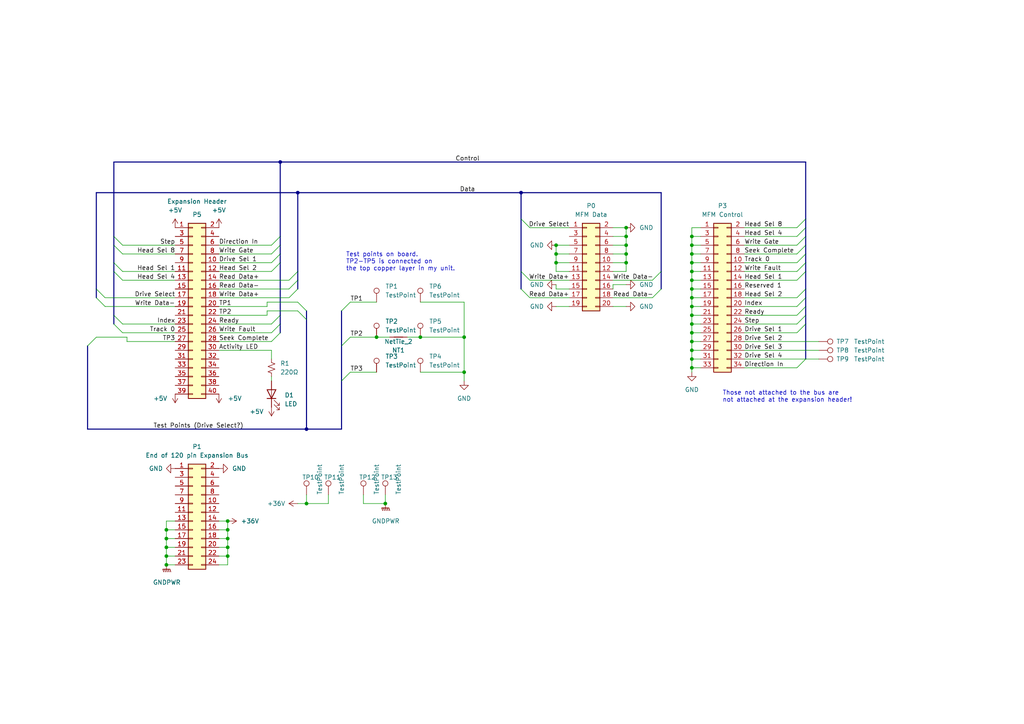
<source format=kicad_sch>
(kicad_sch (version 20211123) (generator eeschema)
  (paper "A4")
  (lib_symbols
    (symbol "Connector:TestPoint" (pin_numbers hide) (pin_names (offset 0.762) hide)
      (property "Reference" "TP" (at 0 6.858 0))
      (property "Value" "TestPoint" (at 0 5.08 0))
      (symbol "TestPoint_0_1"
        (circle (center 0 3.302) (radius 0.762))
      )
      (symbol "TestPoint_1_1"
        (pin passive line (at 0 0 90) (length 2.54) (name "1") (number "1"))
      )
    )
    (symbol "Connector_Generic:Conn_02x10_Odd_Even" (pin_names (offset 1.016) hide)
      (property "Reference" "J" (at 1.27 12.7 0))
      (property "Value" "Conn_02x10_Odd_Even" (at 1.27 -15.24 0))
      (symbol "Conn_02x10_Odd_Even_1_1"
        (rectangle (start -1.27 -12.573) (end 0 -12.827) (stroke (width 0.1524)))
        (rectangle (start -1.27 -10.033) (end 0 -10.287) (stroke (width 0.1524)))
        (rectangle (start -1.27 -7.493) (end 0 -7.747) (stroke (width 0.1524)))
        (rectangle (start -1.27 -4.953) (end 0 -5.207) (stroke (width 0.1524)))
        (rectangle (start -1.27 -2.413) (end 0 -2.667) (stroke (width 0.1524)))
        (rectangle (start -1.27 0.127) (end 0 -0.127) (stroke (width 0.1524)))
        (rectangle (start -1.27 2.667) (end 0 2.413) (stroke (width 0.1524)))
        (rectangle (start -1.27 5.207) (end 0 4.953) (stroke (width 0.1524)))
        (rectangle (start -1.27 7.747) (end 0 7.493) (stroke (width 0.1524)))
        (rectangle (start -1.27 10.287) (end 0 10.033) (stroke (width 0.1524)))
        (rectangle (start -1.27 11.43) (end 3.81 -13.97) (stroke (width 0.254)) (fill (type background)))
        (rectangle (start 3.81 -12.573) (end 2.54 -12.827) (stroke (width 0.1524)))
        (rectangle (start 3.81 -10.033) (end 2.54 -10.287) (stroke (width 0.1524)))
        (rectangle (start 3.81 -7.493) (end 2.54 -7.747) (stroke (width 0.1524)))
        (rectangle (start 3.81 -4.953) (end 2.54 -5.207) (stroke (width 0.1524)))
        (rectangle (start 3.81 -2.413) (end 2.54 -2.667) (stroke (width 0.1524)))
        (rectangle (start 3.81 0.127) (end 2.54 -0.127) (stroke (width 0.1524)))
        (rectangle (start 3.81 2.667) (end 2.54 2.413) (stroke (width 0.1524)))
        (rectangle (start 3.81 5.207) (end 2.54 4.953) (stroke (width 0.1524)))
        (rectangle (start 3.81 7.747) (end 2.54 7.493) (stroke (width 0.1524)))
        (rectangle (start 3.81 10.287) (end 2.54 10.033) (stroke (width 0.1524)))
        (pin passive line (at -5.08 10.16 0) (length 3.81) (name "Pin_1") (number "1"))
        (pin passive line (at 7.62 0 180) (length 3.81) (name "Pin_10") (number "10"))
        (pin passive line (at -5.08 -2.54 0) (length 3.81) (name "Pin_11") (number "11"))
        (pin passive line (at 7.62 -2.54 180) (length 3.81) (name "Pin_12") (number "12"))
        (pin passive line (at -5.08 -5.08 0) (length 3.81) (name "Pin_13") (number "13"))
        (pin passive line (at 7.62 -5.08 180) (length 3.81) (name "Pin_14") (number "14"))
        (pin passive line (at -5.08 -7.62 0) (length 3.81) (name "Pin_15") (number "15"))
        (pin passive line (at 7.62 -7.62 180) (length 3.81) (name "Pin_16") (number "16"))
        (pin passive line (at -5.08 -10.16 0) (length 3.81) (name "Pin_17") (number "17"))
        (pin passive line (at 7.62 -10.16 180) (length 3.81) (name "Pin_18") (number "18"))
        (pin passive line (at -5.08 -12.7 0) (length 3.81) (name "Pin_19") (number "19"))
        (pin passive line (at 7.62 10.16 180) (length 3.81) (name "Pin_2") (number "2"))
        (pin passive line (at 7.62 -12.7 180) (length 3.81) (name "Pin_20") (number "20"))
        (pin passive line (at -5.08 7.62 0) (length 3.81) (name "Pin_3") (number "3"))
        (pin passive line (at 7.62 7.62 180) (length 3.81) (name "Pin_4") (number "4"))
        (pin passive line (at -5.08 5.08 0) (length 3.81) (name "Pin_5") (number "5"))
        (pin passive line (at 7.62 5.08 180) (length 3.81) (name "Pin_6") (number "6"))
        (pin passive line (at -5.08 2.54 0) (length 3.81) (name "Pin_7") (number "7"))
        (pin passive line (at 7.62 2.54 180) (length 3.81) (name "Pin_8") (number "8"))
        (pin passive line (at -5.08 0 0) (length 3.81) (name "Pin_9") (number "9"))
      )
    )
    (symbol "Connector_Generic:Conn_02x12_Odd_Even" (pin_names (offset 1.016) hide)
      (property "Reference" "J" (at 1.27 15.24 0))
      (property "Value" "Conn_02x12_Odd_Even" (at 1.27 -17.78 0))
      (symbol "Conn_02x12_Odd_Even_1_1"
        (rectangle (start -1.27 -15.113) (end 0 -15.367) (stroke (width 0.1524)))
        (rectangle (start -1.27 -12.573) (end 0 -12.827) (stroke (width 0.1524)))
        (rectangle (start -1.27 -10.033) (end 0 -10.287) (stroke (width 0.1524)))
        (rectangle (start -1.27 -7.493) (end 0 -7.747) (stroke (width 0.1524)))
        (rectangle (start -1.27 -4.953) (end 0 -5.207) (stroke (width 0.1524)))
        (rectangle (start -1.27 -2.413) (end 0 -2.667) (stroke (width 0.1524)))
        (rectangle (start -1.27 0.127) (end 0 -0.127) (stroke (width 0.1524)))
        (rectangle (start -1.27 2.667) (end 0 2.413) (stroke (width 0.1524)))
        (rectangle (start -1.27 5.207) (end 0 4.953) (stroke (width 0.1524)))
        (rectangle (start -1.27 7.747) (end 0 7.493) (stroke (width 0.1524)))
        (rectangle (start -1.27 10.287) (end 0 10.033) (stroke (width 0.1524)))
        (rectangle (start -1.27 12.827) (end 0 12.573) (stroke (width 0.1524)))
        (rectangle (start -1.27 13.97) (end 3.81 -16.51) (stroke (width 0.254)) (fill (type background)))
        (rectangle (start 3.81 -15.113) (end 2.54 -15.367) (stroke (width 0.1524)))
        (rectangle (start 3.81 -12.573) (end 2.54 -12.827) (stroke (width 0.1524)))
        (rectangle (start 3.81 -10.033) (end 2.54 -10.287) (stroke (width 0.1524)))
        (rectangle (start 3.81 -7.493) (end 2.54 -7.747) (stroke (width 0.1524)))
        (rectangle (start 3.81 -4.953) (end 2.54 -5.207) (stroke (width 0.1524)))
        (rectangle (start 3.81 -2.413) (end 2.54 -2.667) (stroke (width 0.1524)))
        (rectangle (start 3.81 0.127) (end 2.54 -0.127) (stroke (width 0.1524)))
        (rectangle (start 3.81 2.667) (end 2.54 2.413) (stroke (width 0.1524)))
        (rectangle (start 3.81 5.207) (end 2.54 4.953) (stroke (width 0.1524)))
        (rectangle (start 3.81 7.747) (end 2.54 7.493) (stroke (width 0.1524)))
        (rectangle (start 3.81 10.287) (end 2.54 10.033) (stroke (width 0.1524)))
        (rectangle (start 3.81 12.827) (end 2.54 12.573) (stroke (width 0.1524)))
        (pin passive line (at -5.08 12.7 0) (length 3.81) (name "Pin_1") (number "1"))
        (pin passive line (at 7.62 2.54 180) (length 3.81) (name "Pin_10") (number "10"))
        (pin passive line (at -5.08 0 0) (length 3.81) (name "Pin_11") (number "11"))
        (pin passive line (at 7.62 0 180) (length 3.81) (name "Pin_12") (number "12"))
        (pin passive line (at -5.08 -2.54 0) (length 3.81) (name "Pin_13") (number "13"))
        (pin passive line (at 7.62 -2.54 180) (length 3.81) (name "Pin_14") (number "14"))
        (pin passive line (at -5.08 -5.08 0) (length 3.81) (name "Pin_15") (number "15"))
        (pin passive line (at 7.62 -5.08 180) (length 3.81) (name "Pin_16") (number "16"))
        (pin passive line (at -5.08 -7.62 0) (length 3.81) (name "Pin_17") (number "17"))
        (pin passive line (at 7.62 -7.62 180) (length 3.81) (name "Pin_18") (number "18"))
        (pin passive line (at -5.08 -10.16 0) (length 3.81) (name "Pin_19") (number "19"))
        (pin passive line (at 7.62 12.7 180) (length 3.81) (name "Pin_2") (number "2"))
        (pin passive line (at 7.62 -10.16 180) (length 3.81) (name "Pin_20") (number "20"))
        (pin passive line (at -5.08 -12.7 0) (length 3.81) (name "Pin_21") (number "21"))
        (pin passive line (at 7.62 -12.7 180) (length 3.81) (name "Pin_22") (number "22"))
        (pin passive line (at -5.08 -15.24 0) (length 3.81) (name "Pin_23") (number "23"))
        (pin passive line (at 7.62 -15.24 180) (length 3.81) (name "Pin_24") (number "24"))
        (pin passive line (at -5.08 10.16 0) (length 3.81) (name "Pin_3") (number "3"))
        (pin passive line (at 7.62 10.16 180) (length 3.81) (name "Pin_4") (number "4"))
        (pin passive line (at -5.08 7.62 0) (length 3.81) (name "Pin_5") (number "5"))
        (pin passive line (at 7.62 7.62 180) (length 3.81) (name "Pin_6") (number "6"))
        (pin passive line (at -5.08 5.08 0) (length 3.81) (name "Pin_7") (number "7"))
        (pin passive line (at 7.62 5.08 180) (length 3.81) (name "Pin_8") (number "8"))
        (pin passive line (at -5.08 2.54 0) (length 3.81) (name "Pin_9") (number "9"))
      )
    )
    (symbol "Connector_Generic:Conn_02x17_Odd_Even" (pin_names (offset 1.016) hide)
      (property "Reference" "J" (at 1.27 22.86 0))
      (property "Value" "Conn_02x17_Odd_Even" (at 1.27 -22.86 0))
      (symbol "Conn_02x17_Odd_Even_1_1"
        (rectangle (start -1.27 -20.193) (end 0 -20.447) (stroke (width 0.1524)))
        (rectangle (start -1.27 -17.653) (end 0 -17.907) (stroke (width 0.1524)))
        (rectangle (start -1.27 -15.113) (end 0 -15.367) (stroke (width 0.1524)))
        (rectangle (start -1.27 -12.573) (end 0 -12.827) (stroke (width 0.1524)))
        (rectangle (start -1.27 -10.033) (end 0 -10.287) (stroke (width 0.1524)))
        (rectangle (start -1.27 -7.493) (end 0 -7.747) (stroke (width 0.1524)))
        (rectangle (start -1.27 -4.953) (end 0 -5.207) (stroke (width 0.1524)))
        (rectangle (start -1.27 -2.413) (end 0 -2.667) (stroke (width 0.1524)))
        (rectangle (start -1.27 0.127) (end 0 -0.127) (stroke (width 0.1524)))
        (rectangle (start -1.27 2.667) (end 0 2.413) (stroke (width 0.1524)))
        (rectangle (start -1.27 5.207) (end 0 4.953) (stroke (width 0.1524)))
        (rectangle (start -1.27 7.747) (end 0 7.493) (stroke (width 0.1524)))
        (rectangle (start -1.27 10.287) (end 0 10.033) (stroke (width 0.1524)))
        (rectangle (start -1.27 12.827) (end 0 12.573) (stroke (width 0.1524)))
        (rectangle (start -1.27 15.367) (end 0 15.113) (stroke (width 0.1524)))
        (rectangle (start -1.27 17.907) (end 0 17.653) (stroke (width 0.1524)))
        (rectangle (start -1.27 20.447) (end 0 20.193) (stroke (width 0.1524)))
        (rectangle (start -1.27 21.59) (end 3.81 -21.59) (stroke (width 0.254)) (fill (type background)))
        (rectangle (start 3.81 -20.193) (end 2.54 -20.447) (stroke (width 0.1524)))
        (rectangle (start 3.81 -17.653) (end 2.54 -17.907) (stroke (width 0.1524)))
        (rectangle (start 3.81 -15.113) (end 2.54 -15.367) (stroke (width 0.1524)))
        (rectangle (start 3.81 -12.573) (end 2.54 -12.827) (stroke (width 0.1524)))
        (rectangle (start 3.81 -10.033) (end 2.54 -10.287) (stroke (width 0.1524)))
        (rectangle (start 3.81 -7.493) (end 2.54 -7.747) (stroke (width 0.1524)))
        (rectangle (start 3.81 -4.953) (end 2.54 -5.207) (stroke (width 0.1524)))
        (rectangle (start 3.81 -2.413) (end 2.54 -2.667) (stroke (width 0.1524)))
        (rectangle (start 3.81 0.127) (end 2.54 -0.127) (stroke (width 0.1524)))
        (rectangle (start 3.81 2.667) (end 2.54 2.413) (stroke (width 0.1524)))
        (rectangle (start 3.81 5.207) (end 2.54 4.953) (stroke (width 0.1524)))
        (rectangle (start 3.81 7.747) (end 2.54 7.493) (stroke (width 0.1524)))
        (rectangle (start 3.81 10.287) (end 2.54 10.033) (stroke (width 0.1524)))
        (rectangle (start 3.81 12.827) (end 2.54 12.573) (stroke (width 0.1524)))
        (rectangle (start 3.81 15.367) (end 2.54 15.113) (stroke (width 0.1524)))
        (rectangle (start 3.81 17.907) (end 2.54 17.653) (stroke (width 0.1524)))
        (rectangle (start 3.81 20.447) (end 2.54 20.193) (stroke (width 0.1524)))
        (pin passive line (at -5.08 20.32 0) (length 3.81) (name "Pin_1") (number "1"))
        (pin passive line (at 7.62 10.16 180) (length 3.81) (name "Pin_10") (number "10"))
        (pin passive line (at -5.08 7.62 0) (length 3.81) (name "Pin_11") (number "11"))
        (pin passive line (at 7.62 7.62 180) (length 3.81) (name "Pin_12") (number "12"))
        (pin passive line (at -5.08 5.08 0) (length 3.81) (name "Pin_13") (number "13"))
        (pin passive line (at 7.62 5.08 180) (length 3.81) (name "Pin_14") (number "14"))
        (pin passive line (at -5.08 2.54 0) (length 3.81) (name "Pin_15") (number "15"))
        (pin passive line (at 7.62 2.54 180) (length 3.81) (name "Pin_16") (number "16"))
        (pin passive line (at -5.08 0 0) (length 3.81) (name "Pin_17") (number "17"))
        (pin passive line (at 7.62 0 180) (length 3.81) (name "Pin_18") (number "18"))
        (pin passive line (at -5.08 -2.54 0) (length 3.81) (name "Pin_19") (number "19"))
        (pin passive line (at 7.62 20.32 180) (length 3.81) (name "Pin_2") (number "2"))
        (pin passive line (at 7.62 -2.54 180) (length 3.81) (name "Pin_20") (number "20"))
        (pin passive line (at -5.08 -5.08 0) (length 3.81) (name "Pin_21") (number "21"))
        (pin passive line (at 7.62 -5.08 180) (length 3.81) (name "Pin_22") (number "22"))
        (pin passive line (at -5.08 -7.62 0) (length 3.81) (name "Pin_23") (number "23"))
        (pin passive line (at 7.62 -7.62 180) (length 3.81) (name "Pin_24") (number "24"))
        (pin passive line (at -5.08 -10.16 0) (length 3.81) (name "Pin_25") (number "25"))
        (pin passive line (at 7.62 -10.16 180) (length 3.81) (name "Pin_26") (number "26"))
        (pin passive line (at -5.08 -12.7 0) (length 3.81) (name "Pin_27") (number "27"))
        (pin passive line (at 7.62 -12.7 180) (length 3.81) (name "Pin_28") (number "28"))
        (pin passive line (at -5.08 -15.24 0) (length 3.81) (name "Pin_29") (number "29"))
        (pin passive line (at -5.08 17.78 0) (length 3.81) (name "Pin_3") (number "3"))
        (pin passive line (at 7.62 -15.24 180) (length 3.81) (name "Pin_30") (number "30"))
        (pin passive line (at -5.08 -17.78 0) (length 3.81) (name "Pin_31") (number "31"))
        (pin passive line (at 7.62 -17.78 180) (length 3.81) (name "Pin_32") (number "32"))
        (pin passive line (at -5.08 -20.32 0) (length 3.81) (name "Pin_33") (number "33"))
        (pin passive line (at 7.62 -20.32 180) (length 3.81) (name "Pin_34") (number "34"))
        (pin passive line (at 7.62 17.78 180) (length 3.81) (name "Pin_4") (number "4"))
        (pin passive line (at -5.08 15.24 0) (length 3.81) (name "Pin_5") (number "5"))
        (pin passive line (at 7.62 15.24 180) (length 3.81) (name "Pin_6") (number "6"))
        (pin passive line (at -5.08 12.7 0) (length 3.81) (name "Pin_7") (number "7"))
        (pin passive line (at 7.62 12.7 180) (length 3.81) (name "Pin_8") (number "8"))
        (pin passive line (at -5.08 10.16 0) (length 3.81) (name "Pin_9") (number "9"))
      )
    )
    (symbol "Connector_Generic:Conn_02x20_Odd_Even" (pin_names (offset 1.016) hide)
      (property "Reference" "J" (at 1.27 25.4 0))
      (property "Value" "Conn_02x20_Odd_Even" (at 1.27 -27.94 0))
      (symbol "Conn_02x20_Odd_Even_1_1"
        (rectangle (start -1.27 -25.273) (end 0 -25.527) (stroke (width 0.1524)))
        (rectangle (start -1.27 -22.733) (end 0 -22.987) (stroke (width 0.1524)))
        (rectangle (start -1.27 -20.193) (end 0 -20.447) (stroke (width 0.1524)))
        (rectangle (start -1.27 -17.653) (end 0 -17.907) (stroke (width 0.1524)))
        (rectangle (start -1.27 -15.113) (end 0 -15.367) (stroke (width 0.1524)))
        (rectangle (start -1.27 -12.573) (end 0 -12.827) (stroke (width 0.1524)))
        (rectangle (start -1.27 -10.033) (end 0 -10.287) (stroke (width 0.1524)))
        (rectangle (start -1.27 -7.493) (end 0 -7.747) (stroke (width 0.1524)))
        (rectangle (start -1.27 -4.953) (end 0 -5.207) (stroke (width 0.1524)))
        (rectangle (start -1.27 -2.413) (end 0 -2.667) (stroke (width 0.1524)))
        (rectangle (start -1.27 0.127) (end 0 -0.127) (stroke (width 0.1524)))
        (rectangle (start -1.27 2.667) (end 0 2.413) (stroke (width 0.1524)))
        (rectangle (start -1.27 5.207) (end 0 4.953) (stroke (width 0.1524)))
        (rectangle (start -1.27 7.747) (end 0 7.493) (stroke (width 0.1524)))
        (rectangle (start -1.27 10.287) (end 0 10.033) (stroke (width 0.1524)))
        (rectangle (start -1.27 12.827) (end 0 12.573) (stroke (width 0.1524)))
        (rectangle (start -1.27 15.367) (end 0 15.113) (stroke (width 0.1524)))
        (rectangle (start -1.27 17.907) (end 0 17.653) (stroke (width 0.1524)))
        (rectangle (start -1.27 20.447) (end 0 20.193) (stroke (width 0.1524)))
        (rectangle (start -1.27 22.987) (end 0 22.733) (stroke (width 0.1524)))
        (rectangle (start -1.27 24.13) (end 3.81 -26.67) (stroke (width 0.254)) (fill (type background)))
        (rectangle (start 3.81 -25.273) (end 2.54 -25.527) (stroke (width 0.1524)))
        (rectangle (start 3.81 -22.733) (end 2.54 -22.987) (stroke (width 0.1524)))
        (rectangle (start 3.81 -20.193) (end 2.54 -20.447) (stroke (width 0.1524)))
        (rectangle (start 3.81 -17.653) (end 2.54 -17.907) (stroke (width 0.1524)))
        (rectangle (start 3.81 -15.113) (end 2.54 -15.367) (stroke (width 0.1524)))
        (rectangle (start 3.81 -12.573) (end 2.54 -12.827) (stroke (width 0.1524)))
        (rectangle (start 3.81 -10.033) (end 2.54 -10.287) (stroke (width 0.1524)))
        (rectangle (start 3.81 -7.493) (end 2.54 -7.747) (stroke (width 0.1524)))
        (rectangle (start 3.81 -4.953) (end 2.54 -5.207) (stroke (width 0.1524)))
        (rectangle (start 3.81 -2.413) (end 2.54 -2.667) (stroke (width 0.1524)))
        (rectangle (start 3.81 0.127) (end 2.54 -0.127) (stroke (width 0.1524)))
        (rectangle (start 3.81 2.667) (end 2.54 2.413) (stroke (width 0.1524)))
        (rectangle (start 3.81 5.207) (end 2.54 4.953) (stroke (width 0.1524)))
        (rectangle (start 3.81 7.747) (end 2.54 7.493) (stroke (width 0.1524)))
        (rectangle (start 3.81 10.287) (end 2.54 10.033) (stroke (width 0.1524)))
        (rectangle (start 3.81 12.827) (end 2.54 12.573) (stroke (width 0.1524)))
        (rectangle (start 3.81 15.367) (end 2.54 15.113) (stroke (width 0.1524)))
        (rectangle (start 3.81 17.907) (end 2.54 17.653) (stroke (width 0.1524)))
        (rectangle (start 3.81 20.447) (end 2.54 20.193) (stroke (width 0.1524)))
        (rectangle (start 3.81 22.987) (end 2.54 22.733) (stroke (width 0.1524)))
        (pin passive line (at -5.08 22.86 0) (length 3.81) (name "Pin_1") (number "1"))
        (pin passive line (at 7.62 12.7 180) (length 3.81) (name "Pin_10") (number "10"))
        (pin passive line (at -5.08 10.16 0) (length 3.81) (name "Pin_11") (number "11"))
        (pin passive line (at 7.62 10.16 180) (length 3.81) (name "Pin_12") (number "12"))
        (pin passive line (at -5.08 7.62 0) (length 3.81) (name "Pin_13") (number "13"))
        (pin passive line (at 7.62 7.62 180) (length 3.81) (name "Pin_14") (number "14"))
        (pin passive line (at -5.08 5.08 0) (length 3.81) (name "Pin_15") (number "15"))
        (pin passive line (at 7.62 5.08 180) (length 3.81) (name "Pin_16") (number "16"))
        (pin passive line (at -5.08 2.54 0) (length 3.81) (name "Pin_17") (number "17"))
        (pin passive line (at 7.62 2.54 180) (length 3.81) (name "Pin_18") (number "18"))
        (pin passive line (at -5.08 0 0) (length 3.81) (name "Pin_19") (number "19"))
        (pin passive line (at 7.62 22.86 180) (length 3.81) (name "Pin_2") (number "2"))
        (pin passive line (at 7.62 0 180) (length 3.81) (name "Pin_20") (number "20"))
        (pin passive line (at -5.08 -2.54 0) (length 3.81) (name "Pin_21") (number "21"))
        (pin passive line (at 7.62 -2.54 180) (length 3.81) (name "Pin_22") (number "22"))
        (pin passive line (at -5.08 -5.08 0) (length 3.81) (name "Pin_23") (number "23"))
        (pin passive line (at 7.62 -5.08 180) (length 3.81) (name "Pin_24") (number "24"))
        (pin passive line (at -5.08 -7.62 0) (length 3.81) (name "Pin_25") (number "25"))
        (pin passive line (at 7.62 -7.62 180) (length 3.81) (name "Pin_26") (number "26"))
        (pin passive line (at -5.08 -10.16 0) (length 3.81) (name "Pin_27") (number "27"))
        (pin passive line (at 7.62 -10.16 180) (length 3.81) (name "Pin_28") (number "28"))
        (pin passive line (at -5.08 -12.7 0) (length 3.81) (name "Pin_29") (number "29"))
        (pin passive line (at -5.08 20.32 0) (length 3.81) (name "Pin_3") (number "3"))
        (pin passive line (at 7.62 -12.7 180) (length 3.81) (name "Pin_30") (number "30"))
        (pin passive line (at -5.08 -15.24 0) (length 3.81) (name "Pin_31") (number "31"))
        (pin passive line (at 7.62 -15.24 180) (length 3.81) (name "Pin_32") (number "32"))
        (pin passive line (at -5.08 -17.78 0) (length 3.81) (name "Pin_33") (number "33"))
        (pin passive line (at 7.62 -17.78 180) (length 3.81) (name "Pin_34") (number "34"))
        (pin passive line (at -5.08 -20.32 0) (length 3.81) (name "Pin_35") (number "35"))
        (pin passive line (at 7.62 -20.32 180) (length 3.81) (name "Pin_36") (number "36"))
        (pin passive line (at -5.08 -22.86 0) (length 3.81) (name "Pin_37") (number "37"))
        (pin passive line (at 7.62 -22.86 180) (length 3.81) (name "Pin_38") (number "38"))
        (pin passive line (at -5.08 -25.4 0) (length 3.81) (name "Pin_39") (number "39"))
        (pin passive line (at 7.62 20.32 180) (length 3.81) (name "Pin_4") (number "4"))
        (pin passive line (at 7.62 -25.4 180) (length 3.81) (name "Pin_40") (number "40"))
        (pin passive line (at -5.08 17.78 0) (length 3.81) (name "Pin_5") (number "5"))
        (pin passive line (at 7.62 17.78 180) (length 3.81) (name "Pin_6") (number "6"))
        (pin passive line (at -5.08 15.24 0) (length 3.81) (name "Pin_7") (number "7"))
        (pin passive line (at 7.62 15.24 180) (length 3.81) (name "Pin_8") (number "8"))
        (pin passive line (at -5.08 12.7 0) (length 3.81) (name "Pin_9") (number "9"))
      )
    )
    (symbol "Device:LED" (pin_numbers hide) (pin_names (offset 1.016) hide)
      (property "Reference" "D" (at 0 2.54 0))
      (property "Value" "LED" (at 0 -2.54 0))
      (symbol "LED_0_1"
        (polyline (pts (xy -1.27 -1.27) (xy -1.27 1.27)) (stroke (width 0.254)))
        (polyline (pts (xy -1.27 0) (xy 1.27 0)))
        (polyline (pts (xy 1.27 -1.27) (xy 1.27 1.27) (xy -1.27 0) (xy 1.27 -1.27)) (stroke (width 0.254)))
        (polyline (pts (xy -3.048 -0.762) (xy -4.572 -2.286) (xy -3.81 -2.286) (xy -4.572 -2.286) (xy -4.572 -1.524)))
        (polyline (pts (xy -1.778 -0.762) (xy -3.302 -2.286) (xy -2.54 -2.286) (xy -3.302 -2.286) (xy -3.302 -1.524)))
      )
      (symbol "LED_1_1"
        (pin passive line (at -3.81 0 0) (length 2.54) (name "K") (number "1"))
        (pin passive line (at 3.81 0 180) (length 2.54) (name "A") (number "2"))
      )
    )
    (symbol "Device:NetTie_2" (pin_numbers hide) (pin_names (offset 0) hide)
      (property "Reference" "NT" (at 0 1.27 0))
      (property "Value" "NetTie_2" (at 0 -1.27 0))
      (symbol "NetTie_2_0_1"
        (polyline (pts (xy -1.27 0) (xy 1.27 0)) (stroke (width 0.254)))
      )
      (symbol "NetTie_2_1_1"
        (pin passive line (at -2.54 0 0) (length 2.54) (name "1") (number "1"))
        (pin passive line (at 2.54 0 180) (length 2.54) (name "2") (number "2"))
      )
    )
    (symbol "Device:R_Small_US" (pin_numbers hide) (pin_names (offset 0.254) hide)
      (property "Reference" "R" (at 0.762 0.508 0))
      (property "Value" "R_Small_US" (at 0.762 -1.016 0))
      (symbol "R_Small_US_1_1"
        (polyline (pts (xy 0 0) (xy 1.016 -0.381) (xy 0 -0.762) (xy -1.016 -1.143) (xy 0 -1.524)))
        (polyline (pts (xy 0 1.524) (xy 1.016 1.143) (xy 0 0.762) (xy -1.016 0.381) (xy 0 0)))
        (pin passive line (at 0 2.54 270) (length 1.016) (name "~") (number "1"))
        (pin passive line (at 0 -2.54 90) (length 1.016) (name "~") (number "2"))
      )
    )
    (symbol "power:+36V" (power) (pin_names (offset 0))
      (property "Value" "+36V" (at 0 3.556 0))
      (symbol "+36V_0_1"
        (polyline (pts (xy -0.762 1.27) (xy 0 2.54)))
        (polyline (pts (xy 0 0) (xy 0 2.54)))
        (polyline (pts (xy 0 2.54) (xy 0.762 1.27)))
      )
      (symbol "+36V_1_1"
        (pin power_in line (at 0 0 90) (length 0) hide (name "+36V") (number "1"))
      )
    )
    (symbol "power:+5V" (power) (pin_names (offset 0))
      (property "Value" "+5V" (at 0 3.556 0))
      (symbol "+5V_0_1"
        (polyline (pts (xy -0.762 1.27) (xy 0 2.54)))
        (polyline (pts (xy 0 0) (xy 0 2.54)))
        (polyline (pts (xy 0 2.54) (xy 0.762 1.27)))
      )
      (symbol "+5V_1_1"
        (pin power_in line (at 0 0 90) (length 0) hide (name "+5V") (number "1"))
      )
    )
    (symbol "power:GND" (power) (pin_names (offset 0))
      (property "Value" "GND" (at 0 -3.81 0))
      (symbol "GND_0_1"
        (polyline (pts (xy 0 0) (xy 0 -1.27) (xy 1.27 -1.27) (xy 0 -2.54) (xy -1.27 -1.27) (xy 0 -1.27)))
      )
      (symbol "GND_1_1"
        (pin power_in line (at 0 0 270) (length 0) hide (name "GND") (number "1"))
      )
    )
    (symbol "power:GNDPWR" (power) (pin_names (offset 0))
      (property "Value" "GNDPWR" (at 0 -3.302 0))
      (symbol "GNDPWR_0_1"
        (polyline (pts (xy 0 -1.27) (xy 0 0)))
        (polyline (pts (xy -1.016 -1.27) (xy -1.27 -2.032) (xy -1.27 -2.032)) (stroke (width 0.2032)))
        (polyline (pts (xy -0.508 -1.27) (xy -0.762 -2.032) (xy -0.762 -2.032)) (stroke (width 0.2032)))
        (polyline (pts (xy 0 -1.27) (xy -0.254 -2.032) (xy -0.254 -2.032)) (stroke (width 0.2032)))
        (polyline (pts (xy 0.508 -1.27) (xy 0.254 -2.032) (xy 0.254 -2.032)) (stroke (width 0.2032)))
        (polyline (pts (xy 1.016 -1.27) (xy -1.016 -1.27) (xy -1.016 -1.27)) (stroke (width 0.2032)))
        (polyline (pts (xy 1.016 -1.27) (xy 0.762 -2.032) (xy 0.762 -2.032) (xy 0.762 -2.032)) (stroke (width 0.2032)))
      )
      (symbol "GNDPWR_1_1"
        (pin power_in line (at 0 0 270) (length 0) hide (name "GNDPWR") (number "1"))
      )
    )
  )
  (junction (at 200.66 76.2))
  (junction (at 111.76 146.05))
  (junction (at 200.66 71.12))
  (junction (at 134.62 97.79))
  (junction (at 200.66 99.06))
  (junction (at 200.66 86.36))
  (junction (at 200.66 81.28))
  (junction (at 181.61 66.04))
  (junction (at 200.66 83.82))
  (junction (at 200.66 96.52))
  (junction (at 181.61 73.66))
  (junction (at 48.26 153.67))
  (junction (at 121.92 97.79))
  (junction (at 181.61 76.2))
  (junction (at 86.36 55.88))
  (junction (at 134.62 107.95))
  (junction (at 200.66 68.58))
  (junction (at 161.29 73.66))
  (junction (at 66.04 156.21))
  (junction (at 181.61 68.58))
  (junction (at 48.26 156.21))
  (junction (at 48.26 158.75))
  (junction (at 161.29 76.2))
  (junction (at 66.04 158.75))
  (junction (at 48.26 161.29))
  (junction (at 200.66 91.44))
  (junction (at 88.9 124.46))
  (junction (at 200.66 73.66))
  (junction (at 88.9 146.05))
  (junction (at 200.66 101.6))
  (junction (at 48.26 163.83))
  (junction (at 200.66 104.14))
  (junction (at 66.04 161.29))
  (junction (at 66.04 153.67))
  (junction (at 200.66 88.9))
  (junction (at 109.22 97.79))
  (junction (at 151.13 55.88))
  (junction (at 161.29 71.12))
  (junction (at 200.66 106.68))
  (junction (at 181.61 71.12))
  (junction (at 200.66 78.74))
  (junction (at 66.04 151.13))
  (junction (at 81.28 46.99))
  (junction (at 200.66 93.98))
  (bus_entry (at 231.14 78.74) (size 2.54 -2.54))
  (bus_entry (at 86.36 87.63) (size 2.54 2.54))
  (bus_entry (at 78.74 76.2) (size 2.54 -2.54))
  (bus_entry (at 35.56 81.28) (size -2.54 -2.54))
  (bus_entry (at 99.06 110.49) (size 2.54 -2.54))
  (bus_entry (at 231.14 81.28) (size 2.54 -2.54))
  (bus_entry (at 231.14 93.98) (size 2.54 -2.54))
  (bus_entry (at 78.74 73.66) (size 2.54 -2.54))
  (bus_entry (at 35.56 73.66) (size -2.54 -2.54))
  (bus_entry (at 86.36 81.28) (size -2.54 2.54))
  (bus_entry (at 35.56 78.74) (size -2.54 -2.54))
  (bus_entry (at 231.14 96.52) (size 2.54 -2.54))
  (bus_entry (at 86.36 90.17) (size 2.54 2.54))
  (bus_entry (at 78.74 93.98) (size 2.54 -2.54))
  (bus_entry (at 35.56 71.12) (size -2.54 -2.54))
  (bus_entry (at 99.06 90.17) (size 2.54 -2.54))
  (bus_entry (at 86.36 83.82) (size -2.54 2.54))
  (bus_entry (at 27.94 83.82) (size 2.54 2.54))
  (bus_entry (at 35.56 93.98) (size -2.54 -2.54))
  (bus_entry (at 231.14 76.2) (size 2.54 -2.54))
  (bus_entry (at 27.94 97.79) (size -2.54 2.54))
  (bus_entry (at 231.14 73.66) (size 2.54 -2.54))
  (bus_entry (at 78.74 96.52) (size 2.54 -2.54))
  (bus_entry (at 78.74 71.12) (size 2.54 -2.54))
  (bus_entry (at 78.74 99.06) (size 2.54 -2.54))
  (bus_entry (at 231.14 88.9) (size 2.54 -2.54))
  (bus_entry (at 27.94 86.36) (size 2.54 2.54))
  (bus_entry (at 231.14 66.04) (size 2.54 -2.54))
  (bus_entry (at 189.23 86.36) (size 2.54 -2.54))
  (bus_entry (at 189.23 81.28) (size 2.54 -2.54))
  (bus_entry (at 231.14 71.12) (size 2.54 -2.54))
  (bus_entry (at 231.14 68.58) (size 2.54 -2.54))
  (bus_entry (at 151.13 83.82) (size 2.54 2.54))
  (bus_entry (at 151.13 78.74) (size 2.54 2.54))
  (bus_entry (at 151.13 63.5) (size 2.54 2.54))
  (bus_entry (at 35.56 96.52) (size -2.54 -2.54))
  (bus_entry (at 231.14 86.36) (size 2.54 -2.54))
  (bus_entry (at 231.14 91.44) (size 2.54 -2.54))
  (bus_entry (at 86.36 78.74) (size -2.54 2.54))
  (bus_entry (at 231.14 106.68) (size 2.54 -2.54))
  (bus_entry (at 78.74 78.74) (size 2.54 -2.54))
  (bus_entry (at 99.06 100.33) (size 2.54 -2.54))
  (wire (pts (xy 77.47 88.9) (xy 77.47 87.63)))
  (wire (pts (xy 215.9 91.44) (xy 231.14 91.44)))
  (bus (pts (xy 233.68 66.04) (xy 233.68 63.5)))
  (wire (pts (xy 50.8 158.75) (xy 48.26 158.75)))
  (wire (pts (xy 200.66 86.36) (xy 203.2 86.36)))
  (bus (pts (xy 33.02 91.44) (xy 33.02 93.98)))
  (wire (pts (xy 78.74 109.22) (xy 78.74 110.49)))
  (wire (pts (xy 200.66 91.44) (xy 203.2 91.44)))
  (wire (pts (xy 200.66 73.66) (xy 203.2 73.66)))
  (wire (pts (xy 48.26 151.13) (xy 50.8 151.13)))
  (wire (pts (xy 215.9 86.36) (xy 231.14 86.36)))
  (wire (pts (xy 50.8 153.67) (xy 48.26 153.67)))
  (wire (pts (xy 215.9 68.58) (xy 231.14 68.58)))
  (wire (pts (xy 134.62 107.95) (xy 121.92 107.95)))
  (bus (pts (xy 33.02 76.2) (xy 33.02 78.74)))
  (wire (pts (xy 48.26 153.67) (xy 48.26 151.13)))
  (wire (pts (xy 66.04 161.29) (xy 66.04 163.83)))
  (wire (pts (xy 63.5 93.98) (xy 78.74 93.98)))
  (bus (pts (xy 25.4 100.33) (xy 25.4 124.46)))
  (wire (pts (xy 118.11 97.79) (xy 121.92 97.79)))
  (bus (pts (xy 191.77 55.88) (xy 151.13 55.88)))
  (bus (pts (xy 81.28 91.44) (xy 81.28 76.2)))
  (wire (pts (xy 215.9 104.14) (xy 233.68 104.14)))
  (wire (pts (xy 63.5 99.06) (xy 78.74 99.06)))
  (wire (pts (xy 161.29 78.74) (xy 161.29 76.2)))
  (wire (pts (xy 200.66 101.6) (xy 200.66 99.06)))
  (wire (pts (xy 50.8 73.66) (xy 35.56 73.66)))
  (bus (pts (xy 86.36 83.82) (xy 86.36 81.28)))
  (bus (pts (xy 233.68 86.36) (xy 233.68 83.82)))
  (wire (pts (xy 66.04 163.83) (xy 63.5 163.83)))
  (wire (pts (xy 88.9 146.05) (xy 86.36 146.05)))
  (wire (pts (xy 66.04 158.75) (xy 66.04 161.29)))
  (wire (pts (xy 215.9 101.6) (xy 237.49 101.6)))
  (wire (pts (xy 200.66 96.52) (xy 200.66 93.98)))
  (wire (pts (xy 63.5 91.44) (xy 77.47 91.44)))
  (bus (pts (xy 81.28 73.66) (xy 81.28 71.12)))
  (wire (pts (xy 177.8 82.55) (xy 177.8 83.82)))
  (bus (pts (xy 233.68 88.9) (xy 233.68 86.36)))
  (wire (pts (xy 109.22 97.79) (xy 113.03 97.79)))
  (wire (pts (xy 78.74 101.6) (xy 78.74 104.14)))
  (wire (pts (xy 101.6 87.63) (xy 109.22 87.63)))
  (wire (pts (xy 88.9 143.51) (xy 88.9 146.05)))
  (bus (pts (xy 88.9 92.71) (xy 88.9 124.46)))
  (wire (pts (xy 63.5 71.12) (xy 78.74 71.12)))
  (wire (pts (xy 161.29 73.66) (xy 161.29 71.12)))
  (wire (pts (xy 48.26 158.75) (xy 48.26 161.29)))
  (wire (pts (xy 36.83 97.79) (xy 27.94 97.79)))
  (bus (pts (xy 81.28 93.98) (xy 81.28 91.44)))
  (bus (pts (xy 233.68 78.74) (xy 233.68 83.82)))
  (bus (pts (xy 81.28 68.58) (xy 81.28 46.99)))
  (wire (pts (xy 177.8 81.28) (xy 189.23 81.28)))
  (wire (pts (xy 215.9 66.04) (xy 231.14 66.04)))
  (wire (pts (xy 215.9 96.52) (xy 231.14 96.52)))
  (bus (pts (xy 233.68 76.2) (xy 233.68 73.66)))
  (wire (pts (xy 161.29 73.66) (xy 161.29 76.2)))
  (wire (pts (xy 200.66 106.68) (xy 203.2 106.68)))
  (wire (pts (xy 177.8 68.58) (xy 181.61 68.58)))
  (wire (pts (xy 83.82 86.36) (xy 63.5 86.36)))
  (bus (pts (xy 88.9 124.46) (xy 99.06 124.46)))
  (wire (pts (xy 200.66 86.36) (xy 200.66 83.82)))
  (bus (pts (xy 27.94 83.82) (xy 27.94 86.36)))
  (wire (pts (xy 66.04 151.13) (xy 63.5 151.13)))
  (bus (pts (xy 233.68 71.12) (xy 233.68 68.58)))
  (bus (pts (xy 233.68 68.58) (xy 233.68 66.04)))
  (wire (pts (xy 63.5 76.2) (xy 78.74 76.2)))
  (bus (pts (xy 88.9 124.46) (xy 25.4 124.46)))
  (wire (pts (xy 161.29 83.82) (xy 161.29 82.55)))
  (bus (pts (xy 233.68 93.98) (xy 233.68 91.44)))
  (wire (pts (xy 48.26 156.21) (xy 48.26 158.75)))
  (wire (pts (xy 215.9 73.66) (xy 231.14 73.66)))
  (wire (pts (xy 50.8 71.12) (xy 35.56 71.12)))
  (wire (pts (xy 153.67 86.36) (xy 165.1 86.36)))
  (wire (pts (xy 95.25 143.51) (xy 95.25 146.05)))
  (wire (pts (xy 200.66 83.82) (xy 200.66 81.28)))
  (bus (pts (xy 191.77 83.82) (xy 191.77 78.74)))
  (bus (pts (xy 86.36 55.88) (xy 151.13 55.88)))
  (wire (pts (xy 200.66 68.58) (xy 203.2 68.58)))
  (wire (pts (xy 177.8 86.36) (xy 189.23 86.36)))
  (wire (pts (xy 63.5 78.74) (xy 78.74 78.74)))
  (bus (pts (xy 81.28 71.12) (xy 81.28 68.58)))
  (wire (pts (xy 161.29 88.9) (xy 165.1 88.9)))
  (bus (pts (xy 86.36 55.88) (xy 27.94 55.88)))
  (wire (pts (xy 177.8 78.74) (xy 181.61 78.74)))
  (wire (pts (xy 105.41 146.05) (xy 111.76 146.05)))
  (wire (pts (xy 200.66 73.66) (xy 200.66 71.12)))
  (wire (pts (xy 177.8 88.9) (xy 181.61 88.9)))
  (wire (pts (xy 101.6 107.95) (xy 109.22 107.95)))
  (wire (pts (xy 200.66 99.06) (xy 203.2 99.06)))
  (bus (pts (xy 151.13 63.5) (xy 151.13 55.88)))
  (wire (pts (xy 77.47 87.63) (xy 86.36 87.63)))
  (wire (pts (xy 200.66 71.12) (xy 200.66 68.58)))
  (wire (pts (xy 200.66 83.82) (xy 203.2 83.82)))
  (bus (pts (xy 33.02 78.74) (xy 33.02 91.44)))
  (wire (pts (xy 50.8 161.29) (xy 48.26 161.29)))
  (wire (pts (xy 200.66 71.12) (xy 203.2 71.12)))
  (wire (pts (xy 200.66 104.14) (xy 200.66 101.6)))
  (wire (pts (xy 153.67 81.28) (xy 165.1 81.28)))
  (wire (pts (xy 181.61 82.55) (xy 177.8 82.55)))
  (bus (pts (xy 33.02 71.12) (xy 33.02 76.2)))
  (wire (pts (xy 50.8 96.52) (xy 35.56 96.52)))
  (wire (pts (xy 215.9 78.74) (xy 231.14 78.74)))
  (wire (pts (xy 200.66 78.74) (xy 203.2 78.74)))
  (wire (pts (xy 66.04 153.67) (xy 66.04 156.21)))
  (wire (pts (xy 30.48 88.9) (xy 50.8 88.9)))
  (wire (pts (xy 63.5 73.66) (xy 78.74 73.66)))
  (wire (pts (xy 181.61 73.66) (xy 181.61 76.2)))
  (wire (pts (xy 165.1 78.74) (xy 161.29 78.74)))
  (wire (pts (xy 200.66 99.06) (xy 200.66 96.52)))
  (bus (pts (xy 233.68 91.44) (xy 233.68 88.9)))
  (wire (pts (xy 181.61 73.66) (xy 177.8 73.66)))
  (wire (pts (xy 83.82 83.82) (xy 63.5 83.82)))
  (bus (pts (xy 86.36 81.28) (xy 86.36 78.74)))
  (wire (pts (xy 83.82 81.28) (xy 63.5 81.28)))
  (wire (pts (xy 101.6 97.79) (xy 109.22 97.79)))
  (wire (pts (xy 177.8 71.12) (xy 181.61 71.12)))
  (wire (pts (xy 77.47 91.44) (xy 77.47 90.17)))
  (wire (pts (xy 215.9 81.28) (xy 231.14 81.28)))
  (wire (pts (xy 200.66 78.74) (xy 200.66 76.2)))
  (bus (pts (xy 233.68 78.74) (xy 233.68 76.2)))
  (wire (pts (xy 111.76 143.51) (xy 111.76 146.05)))
  (wire (pts (xy 200.66 68.58) (xy 200.66 66.04)))
  (wire (pts (xy 30.48 86.36) (xy 50.8 86.36)))
  (wire (pts (xy 215.9 106.68) (xy 231.14 106.68)))
  (bus (pts (xy 99.06 110.49) (xy 99.06 124.46)))
  (wire (pts (xy 200.66 76.2) (xy 200.66 73.66)))
  (wire (pts (xy 181.61 71.12) (xy 181.61 73.66)))
  (bus (pts (xy 86.36 78.74) (xy 86.36 55.88)))
  (bus (pts (xy 151.13 63.5) (xy 151.13 78.74)))
  (wire (pts (xy 215.9 88.9) (xy 231.14 88.9)))
  (wire (pts (xy 200.66 81.28) (xy 200.66 78.74)))
  (wire (pts (xy 50.8 156.21) (xy 48.26 156.21)))
  (bus (pts (xy 33.02 46.99) (xy 33.02 68.58)))
  (bus (pts (xy 99.06 90.17) (xy 99.06 100.33)))
  (bus (pts (xy 233.68 63.5) (xy 233.68 46.99)))
  (wire (pts (xy 50.8 93.98) (xy 35.56 93.98)))
  (wire (pts (xy 63.5 96.52) (xy 78.74 96.52)))
  (bus (pts (xy 151.13 83.82) (xy 151.13 78.74)))
  (wire (pts (xy 36.83 97.79) (xy 36.83 99.06)))
  (wire (pts (xy 200.66 88.9) (xy 203.2 88.9)))
  (wire (pts (xy 66.04 161.29) (xy 63.5 161.29)))
  (wire (pts (xy 233.68 104.14) (xy 237.49 104.14)))
  (wire (pts (xy 200.66 76.2) (xy 203.2 76.2)))
  (wire (pts (xy 200.66 104.14) (xy 203.2 104.14)))
  (wire (pts (xy 215.9 93.98) (xy 231.14 93.98)))
  (bus (pts (xy 81.28 46.99) (xy 233.68 46.99)))
  (wire (pts (xy 50.8 78.74) (xy 35.56 78.74)))
  (bus (pts (xy 81.28 46.99) (xy 33.02 46.99)))
  (bus (pts (xy 81.28 76.2) (xy 81.28 73.66)))
  (wire (pts (xy 134.62 87.63) (xy 121.92 87.63)))
  (wire (pts (xy 200.66 93.98) (xy 200.66 91.44)))
  (wire (pts (xy 134.62 97.79) (xy 121.92 97.79)))
  (wire (pts (xy 78.74 101.6) (xy 63.5 101.6)))
  (bus (pts (xy 81.28 96.52) (xy 81.28 93.98)))
  (wire (pts (xy 161.29 71.12) (xy 165.1 71.12)))
  (wire (pts (xy 200.66 107.95) (xy 200.66 106.68)))
  (wire (pts (xy 153.67 66.04) (xy 165.1 66.04)))
  (wire (pts (xy 200.66 96.52) (xy 203.2 96.52)))
  (bus (pts (xy 33.02 68.58) (xy 33.02 71.12)))
  (wire (pts (xy 63.5 88.9) (xy 77.47 88.9)))
  (wire (pts (xy 134.62 97.79) (xy 134.62 87.63)))
  (bus (pts (xy 88.9 90.17) (xy 88.9 92.71)))
  (wire (pts (xy 161.29 73.66) (xy 165.1 73.66)))
  (wire (pts (xy 200.66 106.68) (xy 200.66 104.14)))
  (wire (pts (xy 177.8 66.04) (xy 181.61 66.04)))
  (wire (pts (xy 215.9 71.12) (xy 231.14 71.12)))
  (wire (pts (xy 200.66 101.6) (xy 203.2 101.6)))
  (bus (pts (xy 27.94 55.88) (xy 27.94 83.82)))
  (wire (pts (xy 181.61 68.58) (xy 181.61 71.12)))
  (wire (pts (xy 66.04 158.75) (xy 63.5 158.75)))
  (wire (pts (xy 66.04 153.67) (xy 63.5 153.67)))
  (wire (pts (xy 48.26 161.29) (xy 48.26 163.83)))
  (bus (pts (xy 233.68 93.98) (xy 233.68 104.14)))
  (wire (pts (xy 181.61 76.2) (xy 177.8 76.2)))
  (bus (pts (xy 233.68 73.66) (xy 233.68 71.12)))
  (wire (pts (xy 165.1 83.82) (xy 161.29 83.82)))
  (bus (pts (xy 191.77 55.88) (xy 191.77 78.74)))
  (wire (pts (xy 200.66 91.44) (xy 200.66 88.9)))
  (bus (pts (xy 99.06 100.33) (xy 99.06 110.49)))
  (wire (pts (xy 36.83 99.06) (xy 50.8 99.06)))
  (wire (pts (xy 181.61 78.74) (xy 181.61 76.2)))
  (wire (pts (xy 66.04 153.67) (xy 66.04 151.13)))
  (wire (pts (xy 215.9 99.06) (xy 237.49 99.06)))
  (wire (pts (xy 134.62 110.49) (xy 134.62 107.95)))
  (wire (pts (xy 66.04 156.21) (xy 63.5 156.21)))
  (wire (pts (xy 105.41 143.51) (xy 105.41 146.05)))
  (wire (pts (xy 161.29 76.2) (xy 165.1 76.2)))
  (wire (pts (xy 50.8 81.28) (xy 35.56 81.28)))
  (wire (pts (xy 200.66 81.28) (xy 203.2 81.28)))
  (wire (pts (xy 66.04 156.21) (xy 66.04 158.75)))
  (wire (pts (xy 50.8 163.83) (xy 48.26 163.83)))
  (wire (pts (xy 200.66 93.98) (xy 203.2 93.98)))
  (wire (pts (xy 200.66 66.04) (xy 203.2 66.04)))
  (wire (pts (xy 134.62 107.95) (xy 134.62 97.79)))
  (wire (pts (xy 77.47 90.17) (xy 86.36 90.17)))
  (wire (pts (xy 215.9 76.2) (xy 231.14 76.2)))
  (wire (pts (xy 48.26 153.67) (xy 48.26 156.21)))
  (wire (pts (xy 95.25 146.05) (xy 88.9 146.05)))
  (wire (pts (xy 181.61 66.04) (xy 181.61 68.58)))
  (wire (pts (xy 200.66 88.9) (xy 200.66 86.36)))
  (text "Those not attached to the bus are\nnot attached at the expansion header!" (at 209.55 116.84 0) (effects (font (size 1.27 1.27)) (justify left bottom)))
  (text "Test points on board.\nTP2-TP5 is connected on\nthe top copper layer in my unit." (at 100.33 78.74 0) (effects (font (size 1.27 1.27)) (justify left bottom)))
  (label "Head Sel 2" (at 215.9 86.36 0))
  (label "Head Sel 2" (at 63.5 78.74 0))
  (label "Head Sel 4" (at 215.9 68.58 0))
  (label "TP2" (at 101.6 97.79 0))
  (label "Write Fault" (at 63.5 96.52 0))
  (label "Write Gate" (at 63.5 73.66 0))
  (label "TP3" (at 50.8 99.06 180))
  (label "TP3" (at 101.6 107.95 0))
  (label "Drive Select" (at 165.1 66.04 180))
  (label "Write Gate" (at 215.9 71.12 0))
  (label "Read Data-" (at 63.5 83.82 0))
  (label "Read Data+" (at 63.5 81.28 0))
  (label "Write Data-" (at 50.8 88.9 180))
  (label "Reserved 1" (at 215.9 83.82 0))
  (label "Activity LED" (at 63.5 101.6 0))
  (label "Ready" (at 215.9 91.44 0))
  (label "Drive Sel 4" (at 215.9 104.14 0))
  (label "Write Data-" (at 177.8 81.28 0))
  (label "Read Data-" (at 177.8 86.36 0))
  (label "Track 0" (at 50.8 96.52 180))
  (label "Drive Sel 3" (at 215.9 101.6 0))
  (label "Direction In" (at 63.5 71.12 0))
  (label "Seek Complete" (at 215.9 73.66 0))
  (label "Head Sel 8" (at 50.8 73.66 180))
  (label "Read Data+" (at 165.1 86.36 180))
  (label "Drive Sel 2" (at 215.9 99.06 0))
  (label "TP2" (at 63.5 91.44 0))
  (label "Head Sel 4" (at 50.8 81.28 180))
  (label "Drive Sel 1" (at 63.5 76.2 0))
  (label "Head Sel 8" (at 215.9 66.04 0))
  (label "Track 0" (at 215.9 76.2 0))
  (label "Step" (at 50.8 71.12 180))
  (label "Head Sel 1" (at 50.8 78.74 180))
  (label "Step" (at 215.9 93.98 0))
  (label "Seek Complete" (at 63.5 99.06 0))
  (label "Ready" (at 63.5 93.98 0))
  (label "Head Sel 1" (at 215.9 81.28 0))
  (label "Index" (at 50.8 93.98 180))
  (label "Write Data+" (at 165.1 81.28 180))
  (label "Drive Sel 1" (at 215.9 96.52 0))
  (label "Write Fault" (at 215.9 78.74 0))
  (label "TP1" (at 63.5 88.9 0))
  (label "TP1" (at 101.6 87.63 0))
  (label "Write Data+" (at 63.5 86.36 0))
  (label "Data" (at 133.35 55.88 0))
  (label "Control" (at 132.08 46.99 0))
  (label "Direction In" (at 215.9 106.68 0))
  (label "Index" (at 215.9 88.9 0))
  (label "Test Points (Drive Select?)" (at 44.45 124.46 0))
  (label "Drive Select" (at 50.8 86.36 180))
  (symbol (lib_id "Connector:TestPoint") (at 121.92 97.79 0) (unit 1)
    (property "Reference" "TP5" (at 124.46 93.2179 0) (effects (justify left)))
    (property "Value" "TestPoint" (at 124.46 95.7579 0) (effects (justify left)))
    (property "Footprint" "TestPoint:TestPoint_Loop_D1.80mm_Drill1.0mm_Beaded" (effects hide))
  )
  (symbol (lib_id "Connector:TestPoint") (at 95.25 143.51 0) (unit 1)
    (property "Reference" "TP11" (at 93.98 138.43 0) (effects (justify left)))
    (property "Value" "TestPoint" (at 99.06 143.51 90) (effects (justify left)))
    (property "Footprint" "TestPoint:TestPoint_Loop_D1.80mm_Drill1.0mm_Beaded" (effects hide))
  )
  (symbol (lib_id "Connector:TestPoint") (at 237.49 104.14 270) (unit 1)
    (property "Reference" "TP9" (at 242.57 104.14 90) (effects (justify left)))
    (property "Value" "TestPoint" (at 247.65 104.1401 90) (effects (justify left)))
    (property "Footprint" "TestPoint:TestPoint_Loop_D1.80mm_Drill1.0mm_Beaded" (effects hide))
  )
  (symbol (lib_id "Connector:TestPoint") (at 121.92 107.95 0) (unit 1)
    (property "Reference" "TP4" (at 124.46 103.3779 0) (effects (justify left)))
    (property "Value" "TestPoint" (at 124.46 105.9179 0) (effects (justify left)))
    (property "Footprint" "TestPoint:TestPoint_Loop_D1.80mm_Drill1.0mm_Beaded" (effects hide))
  )
  (symbol (lib_id "power:GNDPWR") (at 111.76 146.05 0) (mirror y) (unit 1)
    (property "Reference" "#PWR0119" (effects hide))
    (property "Value" "GNDPWR" (at 111.887 151.13 0))
  )
  (symbol (lib_id "Connector:TestPoint") (at 121.92 87.63 0) (unit 1)
    (property "Reference" "TP6" (at 124.46 83.0579 0) (effects (justify left)))
    (property "Value" "TestPoint" (at 124.46 85.5979 0) (effects (justify left)))
    (property "Footprint" "TestPoint:TestPoint_Loop_D1.80mm_Drill1.0mm_Beaded" (effects hide))
  )
  (symbol (lib_id "Connector_Generic:Conn_02x12_Odd_Even") (at 55.88 148.59 0) (unit 1)
    (property "Reference" "P1" (at 57.15 129.54 0))
    (property "Value" "End of 120 pin Expansion Bus" (at 57.15 132.08 0))
    (property "Footprint" "Connector_PinHeader_2.54mm:PinHeader_2x12_P2.54mm_Horizontal" (effects hide))
  )
  (symbol (lib_id "Connector_Generic:Conn_02x10_Odd_Even") (at 170.18 76.2 0) (unit 1)
    (property "Reference" "P0" (at 171.45 59.69 0))
    (property "Value" "MFM Data" (at 171.45 62.23 0))
    (property "Footprint" "Connector_IDC:IDC-Header_2x10_P2.54mm_Vertical" (effects hide))
  )
  (symbol (lib_id "power:+5V") (at 78.74 118.11 180) (unit 1)
    (property "Reference" "#PWR0109" (effects hide))
    (property "Value" "+5V" (at 72.39 119.38 0) (effects (justify right)))
  )
  (symbol (lib_id "power:GND") (at 200.66 107.95 0) (unit 1)
    (property "Reference" "#PWR0104" (effects hide))
    (property "Value" "GND" (at 200.66 113.03 0))
  )
  (symbol (lib_id "Connector:TestPoint") (at 109.22 107.95 0) (unit 1)
    (property "Reference" "TP3" (at 111.76 103.3779 0) (effects (justify left)))
    (property "Value" "TestPoint" (at 111.76 105.9179 0) (effects (justify left)))
    (property "Footprint" "TestPoint:TestPoint_Loop_D1.80mm_Drill1.0mm_Beaded" (effects hide))
  )
  (symbol (lib_id "Connector:TestPoint") (at 237.49 99.06 270) (unit 1)
    (property "Reference" "TP7" (at 242.57 99.06 90) (effects (justify left)))
    (property "Value" "TestPoint" (at 247.65 99.0601 90) (effects (justify left)))
    (property "Footprint" "TestPoint:TestPoint_Loop_D1.80mm_Drill1.0mm_Beaded" (effects hide))
  )
  (symbol (lib_id "power:GND") (at 161.29 88.9 270) (unit 1)
    (property "Reference" "#PWR0107" (effects hide))
    (property "Value" "GND" (at 153.67 88.9 90) (effects (justify left)))
  )
  (symbol (lib_id "power:GND") (at 181.61 88.9 90) (unit 1)
    (property "Reference" "#PWR0102" (effects hide))
    (property "Value" "GND" (at 185.42 88.8999 90) (effects (justify right)))
  )
  (symbol (lib_id "Connector:TestPoint") (at 109.22 87.63 0) (unit 1)
    (property "Reference" "TP1" (at 111.76 83.0579 0) (effects (justify left)))
    (property "Value" "TestPoint" (at 111.76 85.5979 0) (effects (justify left)))
    (property "Footprint" "TestPoint:TestPoint_Loop_D1.80mm_Drill1.0mm_Beaded" (effects hide))
  )
  (symbol (lib_id "power:+5V") (at 63.5 66.04 0) (unit 1)
    (property "Reference" "#PWR0113" (effects hide))
    (property "Value" "+5V" (at 63.5 60.96 0))
  )
  (symbol (lib_id "Connector:TestPoint") (at 109.22 97.79 0) (unit 1)
    (property "Reference" "TP2" (at 111.76 93.2179 0) (effects (justify left)))
    (property "Value" "TestPoint" (at 111.76 95.7579 0) (effects (justify left)))
    (property "Footprint" "TestPoint:TestPoint_Loop_D1.80mm_Drill1.0mm_Beaded" (effects hide))
  )
  (symbol (lib_id "Device:R_Small_US") (at 78.74 106.68 0) (unit 1)
    (property "Reference" "R1" (at 81.28 105.4099 0) (effects (justify left)))
    (property "Value" "220Ω" (at 81.28 107.9499 0) (effects (justify left)))
    (property "Footprint" "Resistor_THT:R_Axial_DIN0204_L3.6mm_D1.6mm_P7.62mm_Horizontal" (effects hide))
  )
  (symbol (lib_id "Connector:TestPoint") (at 237.49 101.6 270) (unit 1)
    (property "Reference" "TP8" (at 242.57 101.6 90) (effects (justify left)))
    (property "Value" "TestPoint" (at 247.65 101.6001 90) (effects (justify left)))
    (property "Footprint" "TestPoint:TestPoint_Loop_D1.80mm_Drill1.0mm_Beaded" (effects hide))
  )
  (symbol (lib_id "power:+36V") (at 86.36 146.05 90) (mirror x) (unit 1)
    (property "Reference" "#PWR0118" (effects hide))
    (property "Value" "+36V" (at 77.47 146.05 90) (effects (justify right)))
  )
  (symbol (lib_id "power:GND") (at 50.8 135.89 270) (unit 1)
    (property "Reference" "#PWR0116" (effects hide))
    (property "Value" "GND" (at 43.18 135.89 90) (effects (justify left)))
  )
  (symbol (lib_id "power:GND") (at 63.5 135.89 90) (unit 1)
    (property "Reference" "#PWR0117" (effects hide))
    (property "Value" "GND" (at 67.31 135.8899 90) (effects (justify right)))
  )
  (symbol (lib_id "power:+5V") (at 50.8 114.3 180) (unit 1)
    (property "Reference" "#PWR0108" (effects hide))
    (property "Value" "+5V" (at 44.45 115.57 0) (effects (justify right)))
  )
  (symbol (lib_id "Connector:TestPoint") (at 111.76 143.51 0) (unit 1)
    (property "Reference" "TP13" (at 110.49 138.43 0) (effects (justify left)))
    (property "Value" "TestPoint" (at 115.57 143.51 90) (effects (justify left)))
    (property "Footprint" "TestPoint:TestPoint_Loop_D1.80mm_Drill1.0mm_Beaded" (effects hide))
  )
  (symbol (lib_id "power:GND") (at 161.29 71.12 270) (unit 1)
    (property "Reference" "#PWR0106" (effects hide))
    (property "Value" "GND" (at 153.67 71.12 90) (effects (justify left)))
  )
  (symbol (lib_id "Device:NetTie_2") (at 115.57 97.79 0) (mirror y) (unit 1)
    (property "Reference" "NT1" (at 115.57 101.6 0))
    (property "Value" "NetTie_2" (at 115.57 99.06 0))
    (property "Footprint" "NetTie:NetTie-2_SMD_Pad0.5mm" (effects hide))
  )
  (symbol (lib_id "Connector_Generic:Conn_02x17_Odd_Even") (at 208.28 86.36 0) (unit 1)
    (property "Reference" "P3" (at 209.55 59.69 0))
    (property "Value" "MFM Control" (at 209.55 62.23 0))
    (property "Footprint" "Connector_IDC:IDC-Header_2x17_P2.54mm_Vertical" (effects hide))
  )
  (symbol (lib_id "power:+5V") (at 50.8 66.04 0) (unit 1)
    (property "Reference" "#PWR0112" (effects hide))
    (property "Value" "+5V" (at 50.8 60.96 0))
  )
  (symbol (lib_id "power:+36V") (at 66.04 151.13 270) (mirror x) (unit 1)
    (property "Reference" "#PWR0114" (effects hide))
    (property "Value" "+36V" (at 69.85 151.1299 90) (effects (justify left)))
  )
  (symbol (lib_id "power:GND") (at 161.29 82.55 270) (unit 1)
    (property "Reference" "#PWR0105" (effects hide))
    (property "Value" "GND" (at 153.67 82.55 90) (effects (justify left)))
  )
  (symbol (lib_id "power:GND") (at 181.61 82.55 90) (unit 1)
    (property "Reference" "#PWR0101" (effects hide))
    (property "Value" "GND" (at 185.42 82.5499 90) (effects (justify right)))
  )
  (symbol (lib_id "power:GND") (at 181.61 66.04 90) (unit 1)
    (property "Reference" "#PWR0103" (effects hide))
    (property "Value" "GND" (at 185.42 66.0399 90) (effects (justify right)))
  )
  (symbol (lib_id "power:+5V") (at 63.5 114.3 180) (unit 1)
    (property "Reference" "#PWR0110" (effects hide))
    (property "Value" "+5V" (at 66.04 115.5699 0) (effects (justify right)))
  )
  (symbol (lib_id "Connector_Generic:Conn_02x20_Odd_Even") (at 55.88 88.9 0) (unit 1)
    (property "Reference" "P5" (at 57.15 62.23 0))
    (property "Value" "Expansion Header" (at 57.15 58.42 0))
    (property "Footprint" "Connector_PinHeader_2.54mm:PinHeader_2x20_P2.54mm_Horizontal" (effects hide))
  )
  (symbol (lib_id "power:GND") (at 134.62 110.49 0) (unit 1)
    (property "Reference" "#PWR0111" (effects hide))
    (property "Value" "GND" (at 134.62 115.57 0))
  )
  (symbol (lib_id "Connector:TestPoint") (at 105.41 143.51 0) (unit 1)
    (property "Reference" "TP12" (at 104.14 138.43 0) (effects (justify left)))
    (property "Value" "TestPoint" (at 109.22 143.51 90) (effects (justify left)))
    (property "Footprint" "TestPoint:TestPoint_Loop_D1.80mm_Drill1.0mm_Beaded" (effects hide))
  )
  (symbol (lib_id "Connector:TestPoint") (at 88.9 143.51 0) (unit 1)
    (property "Reference" "TP10" (at 87.63 138.43 0) (effects (justify left)))
    (property "Value" "TestPoint" (at 92.71 143.51 90) (effects (justify left)))
    (property "Footprint" "TestPoint:TestPoint_Loop_D1.80mm_Drill1.0mm_Beaded" (effects hide))
  )
  (symbol (lib_id "Device:LED") (at 78.74 114.3 90) (unit 1)
    (property "Reference" "D1" (at 82.55 114.6174 90) (effects (justify right)))
    (property "Value" "LED" (at 82.55 117.1574 90) (effects (justify right)))
    (property "Footprint" "LED_THT:LED_D3.0mm" (effects hide))
  )
  (symbol (lib_id "power:GNDPWR") (at 48.26 163.83 0) (mirror y) (unit 1)
    (property "Reference" "#PWR0115" (effects hide))
    (property "Value" "GNDPWR" (at 48.387 168.91 0))
  )
)
</source>
